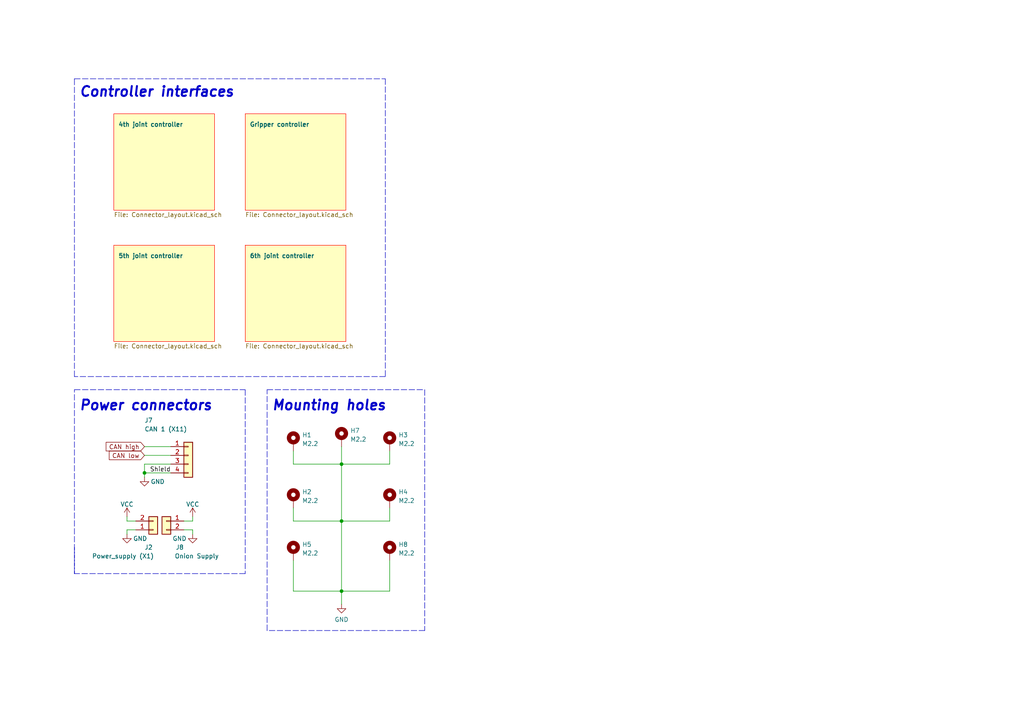
<source format=kicad_sch>
(kicad_sch (version 20211123) (generator eeschema)
  (paper "A4")
  (title_block (title "CAN interfacing board") (date "2022-10-07") (rev "1.0") (company "EPFL XPlore") (comment 2 "Author: Yassine Bakkali"))
  (lib_symbols
    (symbol "Connector_Generic:Conn_01x02" (pin_names (offset 1.016) hide)
      (property "Reference" "J" (at 0 2.54 0))
      (property "Value" "Conn_01x02" (at 0 -5.08 0))
      (symbol "Conn_01x02_1_1"
        (rectangle (start -1.27 -2.413) (end 0 -2.667) (stroke (width 0.1524)))
        (rectangle (start -1.27 0.127) (end 0 -0.127) (stroke (width 0.1524)))
        (rectangle (start -1.27 1.27) (end 1.27 -3.81) (stroke (width 0.254)) (fill (type background)))
        (pin passive line (at -5.08 0 0) (length 3.81) (name "Pin_1") (number "1"))
        (pin passive line (at -5.08 -2.54 0) (length 3.81) (name "Pin_2") (number "2"))
      )
    )
    (symbol "Connector_Generic:Conn_01x04" (pin_names (offset 1.016) hide)
      (property "Reference" "J" (at 0 5.08 0))
      (property "Value" "Conn_01x04" (at 0 -7.62 0))
      (symbol "Conn_01x04_1_1"
        (rectangle (start -1.27 -4.953) (end 0 -5.207) (stroke (width 0.1524)))
        (rectangle (start -1.27 -2.413) (end 0 -2.667) (stroke (width 0.1524)))
        (rectangle (start -1.27 0.127) (end 0 -0.127) (stroke (width 0.1524)))
        (rectangle (start -1.27 2.667) (end 0 2.413) (stroke (width 0.1524)))
        (rectangle (start -1.27 3.81) (end 1.27 -6.35) (stroke (width 0.254)) (fill (type background)))
        (pin passive line (at -5.08 2.54 0) (length 3.81) (name "Pin_1") (number "1"))
        (pin passive line (at -5.08 0 0) (length 3.81) (name "Pin_2") (number "2"))
        (pin passive line (at -5.08 -2.54 0) (length 3.81) (name "Pin_3") (number "3"))
        (pin passive line (at -5.08 -5.08 0) (length 3.81) (name "Pin_4") (number "4"))
      )
    )
    (symbol "Mechanical:MountingHole_Pad" (pin_numbers hide) (pin_names (offset 1.016) hide)
      (property "Reference" "H" (at 0 6.35 0))
      (property "Value" "MountingHole_Pad" (at 0 4.445 0))
      (symbol "MountingHole_Pad_0_1"
        (circle (center 0 1.27) (radius 1.27) (stroke (width 1.27)))
      )
      (symbol "MountingHole_Pad_1_1"
        (pin input line (at 0 -2.54 90) (length 2.54) (name "1") (number "1"))
      )
    )
    (symbol "power:GND" (power) (pin_names (offset 0))
      (property "Value" "GND" (at 0 -3.81 0))
      (symbol "GND_0_1"
        (polyline (pts (xy 0 0) (xy 0 -1.27) (xy 1.27 -1.27) (xy 0 -2.54) (xy -1.27 -1.27) (xy 0 -1.27)))
      )
      (symbol "GND_1_1"
        (pin power_in line (at 0 0 270) (length 0) hide (name "GND") (number "1"))
      )
    )
    (symbol "power:VCC" (power) (pin_names (offset 0))
      (property "Value" "VCC" (at 0 3.81 0))
      (symbol "VCC_0_1"
        (polyline (pts (xy -0.762 1.27) (xy 0 2.54)))
        (polyline (pts (xy 0 0) (xy 0 2.54)))
        (polyline (pts (xy 0 2.54) (xy 0.762 1.27)))
      )
      (symbol "VCC_1_1"
        (pin power_in line (at 0 0 90) (length 0) hide (name "VCC") (number "1"))
      )
    )
  )
  (junction (at 99.06 134.62))
  (junction (at 99.06 171.45))
  (junction (at 41.91 137.16))
  (junction (at 99.06 151.13))
  (polyline (pts (xy 123.19 182.88) (xy 77.47 182.88)))
  (wire (pts (xy 41.91 129.54) (xy 49.53 129.54)))
  (wire (pts (xy 41.91 137.16) (xy 41.91 138.43)))
  (wire (pts (xy 85.09 151.13) (xy 85.09 147.32)))
  (polyline (pts (xy 21.59 113.03) (xy 71.12 113.03)))
  (wire (pts (xy 113.03 171.45) (xy 113.03 162.56)))
  (polyline (pts (xy 123.19 113.03) (xy 123.19 182.88)))
  (wire (pts (xy 41.91 137.16) (xy 49.53 137.16)))
  (polyline (pts (xy 71.12 113.03) (xy 71.12 166.37)))
  (polyline (pts (xy 77.47 113.03) (xy 123.19 113.03)))
  (polyline (pts (xy 71.12 166.37) (xy 21.59 166.37)))
  (wire (pts (xy 36.83 153.67) (xy 36.83 154.94)))
  (wire (pts (xy 85.09 134.62) (xy 99.06 134.62)))
  (polyline (pts (xy 21.59 109.22) (xy 21.59 22.86)))
  (wire (pts (xy 99.06 151.13) (xy 99.06 134.62)))
  (polyline (pts (xy 21.59 158.75) (xy 21.59 166.37)))
  (wire (pts (xy 85.09 151.13) (xy 99.06 151.13)))
  (wire (pts (xy 99.06 171.45) (xy 113.03 171.45)))
  (wire (pts (xy 53.34 151.13) (xy 55.88 151.13)))
  (wire (pts (xy 99.06 129.54) (xy 99.06 134.62)))
  (wire (pts (xy 85.09 134.62) (xy 85.09 130.81)))
  (wire (pts (xy 99.06 151.13) (xy 113.03 151.13)))
  (wire (pts (xy 99.06 171.45) (xy 85.09 171.45)))
  (wire (pts (xy 85.09 171.45) (xy 85.09 162.56)))
  (wire (pts (xy 41.91 132.08) (xy 49.53 132.08)))
  (wire (pts (xy 39.37 153.67) (xy 36.83 153.67)))
  (wire (pts (xy 55.88 153.67) (xy 55.88 154.94)))
  (wire (pts (xy 53.34 153.67) (xy 55.88 153.67)))
  (wire (pts (xy 55.88 151.13) (xy 55.88 149.86)))
  (wire (pts (xy 113.03 151.13) (xy 113.03 147.32)))
  (wire (pts (xy 41.91 134.62) (xy 41.91 137.16)))
  (wire (pts (xy 99.06 134.62) (xy 113.03 134.62)))
  (polyline (pts (xy 111.76 22.86) (xy 111.76 109.22)))
  (polyline (pts (xy 111.76 109.22) (xy 21.59 109.22)))
  (wire (pts (xy 99.06 171.45) (xy 99.06 151.13)))
  (wire (pts (xy 36.83 149.86) (xy 36.83 151.13)))
  (wire (pts (xy 113.03 134.62) (xy 113.03 130.81)))
  (polyline (pts (xy 21.59 166.37) (xy 21.59 113.03)))
  (polyline (pts (xy 21.59 22.86) (xy 111.76 22.86)))
  (polyline (pts (xy 77.47 182.88) (xy 77.47 113.03)))
  (wire (pts (xy 41.91 134.62) (xy 49.53 134.62)))
  (wire (pts (xy 36.83 151.13) (xy 39.37 151.13)))
  (polyline (pts (xy 21.59 22.86) (xy 21.59 22.86)))
  (wire (pts (xy 99.06 175.26) (xy 99.06 171.45)))
  (text "Controller interfaces\n\n" (at 22.86 33.02 0) (effects (font (size 2.85 2.85) (thickness 0.57) bold italic) (justify left bottom)))
  (text "Power connectors" (at 22.86 119.38 0) (effects (font (size 2.85 2.85) (thickness 0.57) bold italic) (justify left bottom)))
  (text "Mounting holes\n" (at 78.74 119.38 0) (effects (font (size 2.85 2.85) (thickness 0.57) bold italic) (justify left bottom)))
  (label "Shield" (at 49.53 137.16 180))
  (global_label "CAN low" (shape input) (at 41.91 132.08 180) (property "Intersheet References" "${INTERSHEET_REFS}" (effects hide)))
  (global_label "CAN high" (shape input) (at 41.91 129.54 180) (property "Intersheet References" "${INTERSHEET_REFS}" (effects hide)))
  (symbol (lib_id "Mechanical:MountingHole_Pad") (at 85.09 144.78 0) (unit 1)
    (property "Reference" "H2" (at 87.63 142.6753 0) (effects (justify left)))
    (property "Value" "M2.2" (at 87.63 145.2122 0) (effects (justify left)))
    (property "Footprint" "MountingHole:MountingHole_2.2mm_M2_Pad_Via" (effects hide))
  )
  (symbol (lib_id "Mechanical:MountingHole_Pad") (at 99.06 127 0) (unit 1)
    (property "Reference" "H7" (at 101.6 124.8953 0) (effects (justify left)))
    (property "Value" "M2.2" (at 101.6 127.4322 0) (effects (justify left)))
    (property "Footprint" "MountingHole:MountingHole_2.2mm_M2_Pad_Via" (effects hide))
  )
  (symbol (lib_id "Mechanical:MountingHole_Pad") (at 113.03 144.78 0) (unit 1)
    (property "Reference" "H4" (at 115.57 142.6753 0) (effects (justify left)))
    (property "Value" "M2.2" (at 115.57 145.2122 0) (effects (justify left)))
    (property "Footprint" "MountingHole:MountingHole_2.2mm_M2_Pad_Via" (effects hide))
  )
  (symbol (lib_id "Mechanical:MountingHole_Pad") (at 113.03 160.02 0) (unit 1)
    (property "Reference" "H8" (at 115.57 157.9153 0) (effects (justify left)))
    (property "Value" "M2.2" (at 115.57 160.4522 0) (effects (justify left)))
    (property "Footprint" "MountingHole:MountingHole_2.2mm_M2_Pad_Via" (effects hide))
  )
  (symbol (lib_id "power:GND") (at 36.83 154.94 0) (unit 1)
    (property "Reference" "#PWR0124" (effects hide))
    (property "Value" "GND" (at 40.64 156.21 0))
  )
  (symbol (lib_id "Mechanical:MountingHole_Pad") (at 85.09 128.27 0) (unit 1)
    (property "Reference" "H1" (at 87.63 126.1653 0) (effects (justify left)))
    (property "Value" "M2.2" (at 87.63 128.7022 0) (effects (justify left)))
    (property "Footprint" "MountingHole:MountingHole_2.2mm_M2_Pad_Via" (effects hide))
  )
  (symbol (lib_id "power:GND") (at 99.06 175.26 0) (unit 1)
    (property "Reference" "#PWR0105" (effects hide))
    (property "Value" "GND" (at 99.06 179.7034 0))
  )
  (symbol (lib_id "Connector_Generic:Conn_01x02") (at 44.45 153.67 0) (mirror x) (unit 1)
    (property "Reference" "J2" (at 41.91 158.75 0) (effects (justify left)))
    (property "Value" "Power_supply (X1)" (at 26.67 161.29 0) (effects (justify left)))
    (property "Footprint" "can_proj_footprints:AMASS_XT60PW-M" (effects hide))
    (property "Datasheet" "https://www.molex.com/pdm_docs/ps/PS-5556-001.pdf" (effects hide))
  )
  (symbol (lib_id "power:GND") (at 55.88 154.94 0) (mirror y) (unit 1)
    (property "Reference" "#PWR0110" (effects hide))
    (property "Value" "GND" (at 52.07 156.21 0))
  )
  (symbol (lib_id "power:VCC") (at 36.83 149.86 0) (unit 1)
    (property "Reference" "#PWR0148" (effects hide))
    (property "Value" "VCC" (at 36.83 146.2842 0))
  )
  (symbol (lib_id "Connector_Generic:Conn_01x02") (at 48.26 151.13 0) (mirror y) (unit 1)
    (property "Reference" "J8" (at 53.34 158.75 0) (effects (justify left)))
    (property "Value" "Onion Supply" (at 63.5 161.29 0) (effects (justify left)))
    (property "Footprint" "can_proj_footprints:XT30PWM" (effects hide))
    (property "Datasheet" "https://www.molex.com/pdm_docs/ps/PS-5556-001.pdf" (effects hide))
  )
  (symbol (lib_id "power:VCC") (at 55.88 149.86 0) (mirror y) (unit 1)
    (property "Reference" "#PWR0115" (effects hide))
    (property "Value" "VCC" (at 55.88 146.2842 0))
  )
  (symbol (lib_id "Mechanical:MountingHole_Pad") (at 85.09 160.02 0) (unit 1)
    (property "Reference" "H5" (at 87.63 157.9153 0) (effects (justify left)))
    (property "Value" "M2.2" (at 87.63 160.4522 0) (effects (justify left)))
    (property "Footprint" "MountingHole:MountingHole_2.2mm_M2_Pad_Via" (effects hide))
  )
  (symbol (lib_id "power:GND") (at 41.91 138.43 0) (unit 1)
    (property "Reference" "#PWR0108" (effects hide))
    (property "Value" "GND" (at 45.72 139.7 0))
  )
  (symbol (lib_id "Connector_Generic:Conn_01x04") (at 54.61 132.08 0) (unit 1)
    (property "Reference" "J7" (at 41.91 121.92 0) (effects (justify left)))
    (property "Value" "CAN 1 (X11)" (at 41.91 124.46 0) (effects (justify left)))
    (property "Footprint" "can_proj_footprints:MOLEX_5025840460" (effects hide))
  )
  (symbol (lib_id "Mechanical:MountingHole_Pad") (at 113.03 128.27 0) (unit 1)
    (property "Reference" "H3" (at 115.57 126.1653 0) (effects (justify left)))
    (property "Value" "M2.2" (at 115.57 128.7022 0) (effects (justify left)))
    (property "Footprint" "MountingHole:MountingHole_2.2mm_M2_Pad_Via" (effects hide))
  )
  (sheet (at 71.12 33.02) (size 29.21 27.94) (stroke (width 0.1524) (color 255 0 0 1)) (fill (color 255 255 194 1.0000))
    (property "Sheet name" "Gripper controller" (at 72.39 36.83 0) (effects (font bold) (justify left bottom)))
    (property "Sheet file" "Connector_layout.kicad_sch" (at 71.12 61.5446 0) (effects (justify left top)))
  )
  (sheet (at 33.02 71.12) (size 29.21 27.94) (stroke (width 0.1524) (color 255 0 0 1)) (fill (color 255 255 194 1.0000))
    (property "Sheet name" "5th joint controller" (at 34.29 74.93 0) (effects (font bold) (justify left bottom)))
    (property "Sheet file" "Connector_layout.kicad_sch" (at 33.02 99.6446 0) (effects (justify left top)))
  )
  (sheet (at 33.02 33.02) (size 29.21 27.94) (stroke (width 0.1524) (color 255 0 0 1)) (fill (color 255 255 194 1.0000))
    (property "Sheet name" "4th joint controller" (at 34.29 36.83 0) (effects (font bold) (justify left bottom)))
    (property "Sheet file" "Connector_layout.kicad_sch" (at 33.02 61.5446 0) (effects (justify left top)))
  )
  (sheet (at 71.12 71.12) (size 29.21 27.94) (stroke (width 0.1524) (color 255 0 0 1)) (fill (color 255 255 194 1.0000))
    (property "Sheet name" "6th joint controller" (at 72.39 74.93 0) (effects (font bold) (justify left bottom)))
    (property "Sheet file" "Connector_layout.kicad_sch" (at 71.12 99.6446 0) (effects (justify left top)))
  )
)
</source>
